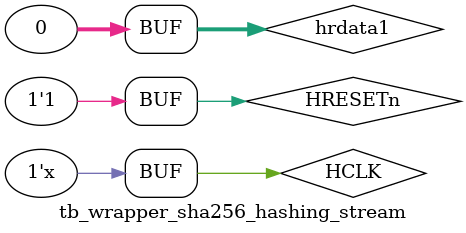
<source format=sv>
`include "wrapper_sha256_hashing_stream.sv"

`timescale 1ns/1ps

module tb_wrapper_sha256_hashing_stream;

parameter CLK_PERIOD = 10;
parameter ADDRWIDTH = 12;

parameter InputFileName = ("../../wrapper/stimulus/ahb_input_hash_stim.m2d");
parameter MessageTag = "FileReader:";
parameter StimArraySize = 10000;


//********************************************************************************
// Internal Wires
//********************************************************************************

// AHB Lite BUS SIGNALS
wire             hready;
wire             hresp;
wire [31:0]      hrdata;

wire [1:0]       htrans;
wire [2:0]       hburst;
wire [3:0]       hprot;
wire [2:0]       hsize;
wire             hwrite;
wire             hmastlock;
wire [31:0]      haddr;
wire [31:0]      hwdata;

// Accelerator AHB Signals
wire             hsel0;
wire             hreadyout0;
wire             hresp0;
wire [31:0]      hrdata0;

// Default Slave AHB Signals
wire             hsel1;
wire             hreadyout1;
wire             hresp1;
wire [31:0]      hrdata1;

reg              HCLK;
reg              HRESETn;

//********************************************************************************
// Clock and reset generation
//********************************************************************************

initial
  begin
    $dumpfile("wrapper_sha256_hashing_stream.vcd");
    $dumpvars(0, tb_wrapper_sha256_hashing_stream);
    HRESETn = 1'b0;
    HCLK    = 1'b0;
    # (10*CLK_PERIOD);
    HRESETn = 1'b1;
  end

always
  begin
    HCLK = #(CLK_PERIOD/2) ~HCLK;
  end


//********************************************************************************
// Address decoder, need to be changed for other configuration
//********************************************************************************
// 0x60010000 - 0x60010FFF : HSEL #0 - Hash Accelerator
// Other addresses         : HSEL #1 - Default slave

  assign hsel0 = (haddr[31:12] == 20'h60010)? 1'b1:1'b0;
  assign hsel1 = hsel0 ? 1'b0:1'b1;

//********************************************************************************
// File read bus master:
// generate AHB Master signal by reading a file which store the AHB Operations
//********************************************************************************

cmsdk_ahb_fileread_master32 #(InputFileName, 
                              MessageTag,
                              StimArraySize
) u_ahb_fileread_master32 (
  .HCLK            (HCLK),
  .HRESETn         (HRESETn),

  .HREADY          (hready),
  .HRESP           ({hresp}),  //AHB Lite response to AHB response
  .HRDATA          (hrdata),
  .EXRESP          (1'b0),     //  Exclusive response (tie low if not used)


  .HTRANS          (htrans),
  .HBURST          (hburst),
  .HPROT           (hprot),
  .EXREQ           (),        //  Exclusive access request (not used)
  .MEMATTR         (),        //  Memory attribute (not used)
  .HSIZE           (hsize),
  .HWRITE          (hwrite),
  .HMASTLOCK       (hmastlock),
  .HADDR           (haddr),
  .HWDATA          (hwdata),

  .LINENUM         ()

  );


//********************************************************************************
// Slave multiplexer module:
//  multiplex the slave signals to master, three ports are enabled
//********************************************************************************

 cmsdk_ahb_slave_mux  #(
   1, //PORT0_ENABLE
   1, //PORT1_ENABLE
   1, //PORT2_ENABLE
   0, //PORT3_ENABLE
   0, //PORT4_ENABLE
   0, //PORT5_ENABLE
   0, //PORT6_ENABLE
   0, //PORT7_ENABLE
   0, //PORT8_ENABLE
   0  //PORT9_ENABLE  
 ) u_ahb_slave_mux (
  .HCLK        (HCLK),
  .HRESETn     (HRESETn),
  .HREADY      (hready),
  .HSEL0       (hsel0),      // Input Port 0
  .HREADYOUT0  (hreadyout0),
  .HRESP0      (hresp0),
  .HRDATA0     (hrdata0),
  .HSEL1       (hsel1),      // Input Port 1
  .HREADYOUT1  (hreadyout1),
  .HRESP1      (hresp1),
  .HRDATA1     (hrdata1),
  .HSEL2       (1'b0),      // Input Port 2
  .HREADYOUT2  (),
  .HRESP2      (),
  .HRDATA2     (),
  .HSEL3       (1'b0),      // Input Port 3
  .HREADYOUT3  (),
  .HRESP3      (),
  .HRDATA3     (),
  .HSEL4       (1'b0),      // Input Port 4
  .HREADYOUT4  (),
  .HRESP4      (),
  .HRDATA4     (),
  .HSEL5       (1'b0),      // Input Port 5
  .HREADYOUT5  (),
  .HRESP5      (),
  .HRDATA5     (),
  .HSEL6       (1'b0),      // Input Port 6
  .HREADYOUT6  (),
  .HRESP6      (),
  .HRDATA6     (),
  .HSEL7       (1'b0),      // Input Port 7
  .HREADYOUT7  (),
  .HRESP7      (),
  .HRDATA7     (),
  .HSEL8       (1'b0),      // Input Port 8
  .HREADYOUT8  (),
  .HRESP8      (),
  .HRDATA8     (),
  .HSEL9       (1'b0),      // Input Port 9
  .HREADYOUT9  (),
  .HRESP9      (),
  .HRDATA9     (),

  .HREADYOUT   (hready),     // Outputs
  .HRESP       (hresp),
  .HRDATA      (hrdata)
  );


//********************************************************************************
// Slave module 1: example AHB slave module
//********************************************************************************
  wrapper_sha256_hashing_stream #(ADDRWIDTH
  ) accelerator (
  .HCLK        (HCLK),
  .HRESETn     (HRESETn),

  //  Input slave port: 32 bit data bus interface
  .HSELS       (hsel0),
  .HADDRS      (haddr[ADDRWIDTH-1:0]),
  .HTRANSS     (htrans),
  .HSIZES      (hsize),
  .HWRITES     (hwrite),
  .HREADYS     (hready),
  .HWDATAS     (hwdata),

  .HREADYOUTS  (hreadyout0),
  .HRESPS      (hresp0),
  .HRDATAS     (hrdata0)

  );


//********************************************************************************
// Slave module 2: AHB default slave module
//********************************************************************************
 cmsdk_ahb_default_slave  u_ahb_default_slave(
  .HCLK         (HCLK),
  .HRESETn      (HRESETn),
  .HSEL         (hsel1),
  .HTRANS       (htrans),
  .HREADY       (hready),
  .HREADYOUT    (hreadyout1),
  .HRESP        (hresp1)
  );

 assign hrdata1 = {32{1'b0}}; // Default slave don't have data

 endmodule
</source>
